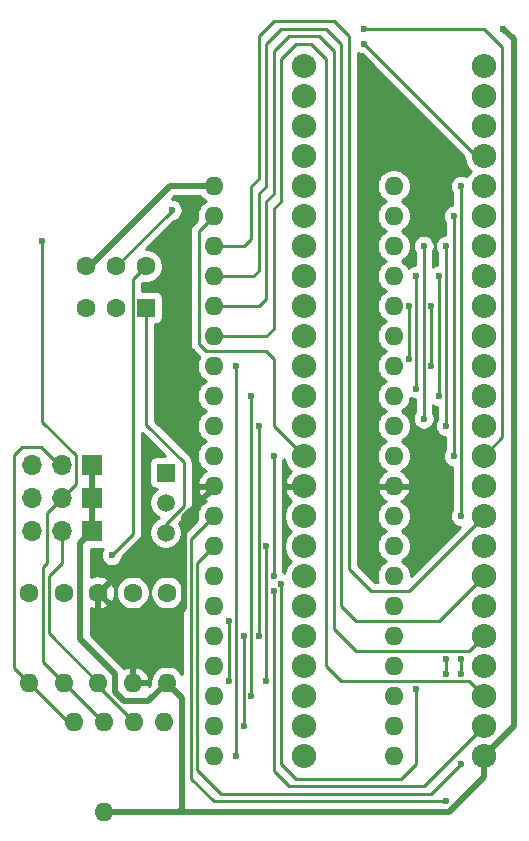
<source format=gbl>
G04 #@! TF.GenerationSoftware,KiCad,Pcbnew,(5.1.6-0-10_14)*
G04 #@! TF.CreationDate,2021-01-24T22:43:51+01:00*
G04 #@! TF.ProjectId,27c322,32376333-3232-42e6-9b69-6361645f7063,rev?*
G04 #@! TF.SameCoordinates,Original*
G04 #@! TF.FileFunction,Copper,L2,Bot*
G04 #@! TF.FilePolarity,Positive*
%FSLAX46Y46*%
G04 Gerber Fmt 4.6, Leading zero omitted, Abs format (unit mm)*
G04 Created by KiCad (PCBNEW (5.1.6-0-10_14)) date 2021-01-24 22:43:51*
%MOMM*%
%LPD*%
G01*
G04 APERTURE LIST*
G04 #@! TA.AperFunction,ComponentPad*
%ADD10O,1.700000X1.700000*%
G04 #@! TD*
G04 #@! TA.AperFunction,ComponentPad*
%ADD11R,1.700000X1.700000*%
G04 #@! TD*
G04 #@! TA.AperFunction,ComponentPad*
%ADD12O,1.600000X1.600000*%
G04 #@! TD*
G04 #@! TA.AperFunction,ComponentPad*
%ADD13C,1.600000*%
G04 #@! TD*
G04 #@! TA.AperFunction,ComponentPad*
%ADD14C,1.500000*%
G04 #@! TD*
G04 #@! TA.AperFunction,ComponentPad*
%ADD15R,1.500000X1.500000*%
G04 #@! TD*
G04 #@! TA.AperFunction,ComponentPad*
%ADD16O,2.050000X2.050000*%
G04 #@! TD*
G04 #@! TA.AperFunction,ComponentPad*
%ADD17R,1.600000X1.600000*%
G04 #@! TD*
G04 #@! TA.AperFunction,ViaPad*
%ADD18C,0.600000*%
G04 #@! TD*
G04 #@! TA.AperFunction,Conductor*
%ADD19C,0.250000*%
G04 #@! TD*
G04 #@! TA.AperFunction,Conductor*
%ADD20C,0.500000*%
G04 #@! TD*
G04 #@! TA.AperFunction,Conductor*
%ADD21C,0.254000*%
G04 #@! TD*
G04 APERTURE END LIST*
D10*
X117983000Y-93345000D03*
X120523000Y-93345000D03*
D11*
X123063000Y-93345000D03*
D10*
X117983000Y-90551000D03*
X120523000Y-90551000D03*
D11*
X123063000Y-90551000D03*
D10*
X117983000Y-87757000D03*
X120523000Y-87757000D03*
D11*
X123063000Y-87757000D03*
D12*
X129413000Y-106172000D03*
D13*
X129413000Y-98552000D03*
D12*
X126492000Y-106172000D03*
D13*
X126492000Y-98552000D03*
D12*
X123571000Y-106172000D03*
D13*
X123571000Y-98552000D03*
D12*
X120650000Y-106172000D03*
D13*
X120650000Y-98552000D03*
D12*
X117729000Y-106172000D03*
D13*
X117729000Y-98552000D03*
D14*
X129286000Y-90932000D03*
X129286000Y-93472000D03*
D15*
X129286000Y-88392000D03*
D16*
X156210000Y-53975000D03*
X156210000Y-56515000D03*
X156210000Y-59055000D03*
X156210000Y-61595000D03*
X156210000Y-64135000D03*
X156210000Y-66675000D03*
X156210000Y-69215000D03*
X156210000Y-71755000D03*
X140970000Y-53975000D03*
X140970000Y-56515000D03*
X140970000Y-59055000D03*
X140970000Y-61595000D03*
X140970000Y-64135000D03*
X140970000Y-66675000D03*
X140970000Y-69215000D03*
X140970000Y-71755000D03*
X140970000Y-74295000D03*
X140970000Y-76835000D03*
X140970000Y-79375000D03*
X140970000Y-81915000D03*
X140970000Y-84455000D03*
X140970000Y-86995000D03*
X140970000Y-89535000D03*
X140970000Y-92075000D03*
X140970000Y-94615000D03*
X140970000Y-97155000D03*
X140970000Y-99695000D03*
X140970000Y-102235000D03*
X140970000Y-104775000D03*
X140970000Y-107315000D03*
X140970000Y-109855000D03*
X140970000Y-112395000D03*
X156210000Y-112395000D03*
X156210000Y-109855000D03*
X156210000Y-107315000D03*
X156210000Y-104775000D03*
X156210000Y-102235000D03*
X156210000Y-99695000D03*
X156210000Y-97155000D03*
X156210000Y-94615000D03*
X156210000Y-92075000D03*
X156210000Y-89535000D03*
X156210000Y-86995000D03*
X156210000Y-84455000D03*
X156210000Y-81915000D03*
X156210000Y-79375000D03*
X156210000Y-76835000D03*
X156210000Y-74295000D03*
D12*
X133350000Y-64135000D03*
X133350000Y-66675000D03*
X133350000Y-69215000D03*
X133350000Y-71755000D03*
X133350000Y-74295000D03*
X133350000Y-76835000D03*
X133350000Y-79375000D03*
X133350000Y-81915000D03*
X133350000Y-84455000D03*
X133350000Y-86995000D03*
X133350000Y-89535000D03*
X133350000Y-92075000D03*
X133350000Y-94615000D03*
X133350000Y-97155000D03*
X133350000Y-99695000D03*
X133350000Y-102235000D03*
X133350000Y-104775000D03*
X133350000Y-107315000D03*
X133350000Y-109855000D03*
X133350000Y-112395000D03*
X148590000Y-112395000D03*
X148590000Y-109855000D03*
X148590000Y-107315000D03*
X148590000Y-104775000D03*
X148590000Y-102235000D03*
X148590000Y-99695000D03*
X148590000Y-97155000D03*
X148590000Y-94615000D03*
X148590000Y-92075000D03*
X148590000Y-89535000D03*
X148590000Y-86995000D03*
X148590000Y-84455000D03*
X148590000Y-81915000D03*
X148590000Y-79375000D03*
X148590000Y-76835000D03*
X148590000Y-74295000D03*
X148590000Y-71755000D03*
X148590000Y-69215000D03*
X148590000Y-66675000D03*
X148590000Y-64135000D03*
D17*
X127635000Y-74422000D03*
D13*
X125095000Y-74422000D03*
X122555000Y-74422000D03*
X127635000Y-70922000D03*
X125095000Y-70922000D03*
X122555000Y-70922000D03*
D12*
X121495001Y-109474000D03*
X124035001Y-109474000D03*
X126575001Y-109474000D03*
X129115001Y-109474000D03*
X124035001Y-117094000D03*
D18*
X135255000Y-79375000D03*
X135255000Y-112395000D03*
X136525000Y-81915000D03*
X136525000Y-107315000D03*
X137160000Y-84455000D03*
X137160000Y-102235000D03*
X138430000Y-86995000D03*
X138430000Y-97155000D03*
X153035000Y-104140000D03*
X153035000Y-105410000D03*
X153035000Y-116205000D03*
X154305000Y-104140000D03*
X154305000Y-105410000D03*
X154305000Y-113030000D03*
X150495000Y-106680000D03*
X139065000Y-97790000D03*
X138430000Y-98425000D03*
X135890000Y-102235000D03*
X135890000Y-109855000D03*
X134620000Y-100965000D03*
X134620000Y-106045000D03*
X137795000Y-94615000D03*
X137795000Y-106045000D03*
X154305000Y-64135000D03*
X154305000Y-92075000D03*
X153670000Y-66675000D03*
X153670000Y-86995000D03*
X153035000Y-69215000D03*
X153035000Y-84455000D03*
X152400000Y-71755000D03*
X152400000Y-81915000D03*
X151765000Y-74295000D03*
X151765000Y-79375000D03*
X149860000Y-78740000D03*
X149860000Y-74295000D03*
X150495000Y-81280000D03*
X150495000Y-71755000D03*
X151130000Y-83820000D03*
X151130000Y-69215000D03*
X146050000Y-52070000D03*
X118849524Y-68804106D03*
X157861004Y-50800000D03*
X124714000Y-95377000D03*
X146050000Y-50800000D03*
X129794006Y-66167000D03*
D19*
X133350000Y-66675000D02*
X132080000Y-67945000D01*
X138430000Y-84455000D02*
X140970000Y-86995000D01*
X138430000Y-78740000D02*
X138430000Y-84455000D01*
X137795000Y-78105000D02*
X138430000Y-78740000D01*
X132715000Y-78105000D02*
X137795000Y-78105000D01*
X132080000Y-77470000D02*
X132715000Y-78105000D01*
X132080000Y-67945000D02*
X132080000Y-77470000D01*
X133350000Y-69215000D02*
X135890000Y-69215000D01*
X149860000Y-98425000D02*
X156210000Y-92075000D01*
X146685000Y-98425000D02*
X149860000Y-98425000D01*
X144780000Y-96520000D02*
X146685000Y-98425000D01*
X144780000Y-51435000D02*
X144780000Y-96520000D01*
X143510000Y-50165000D02*
X144780000Y-51435000D01*
X138430000Y-50165000D02*
X143510000Y-50165000D01*
X137160000Y-51435000D02*
X138430000Y-50165000D01*
X137160000Y-63500000D02*
X137160000Y-51435000D01*
X136525000Y-64135000D02*
X137160000Y-63500000D01*
X136525000Y-68580000D02*
X136525000Y-64135000D01*
X135890000Y-69215000D02*
X136525000Y-68580000D01*
X133350000Y-71755000D02*
X136709998Y-71755000D01*
X152400000Y-100965000D02*
X156210000Y-97155000D01*
X145415000Y-100965000D02*
X152400000Y-100965000D01*
X144145000Y-99695000D02*
X145415000Y-100965000D01*
X144145000Y-52070000D02*
X144145000Y-99695000D01*
X142875000Y-50800000D02*
X144145000Y-52070000D01*
X139065000Y-50800000D02*
X142875000Y-50800000D01*
X137795000Y-52070000D02*
X139065000Y-50800000D01*
X137795000Y-64135000D02*
X137795000Y-52070000D01*
X137160000Y-64770000D02*
X137795000Y-64135000D01*
X137160000Y-71304998D02*
X137160000Y-64770000D01*
X136709998Y-71755000D02*
X137160000Y-71304998D01*
X133350000Y-74295000D02*
X137160000Y-74295000D01*
X154940000Y-103505000D02*
X156210000Y-102235000D01*
X145415000Y-103505000D02*
X154940000Y-103505000D01*
X143510000Y-101600000D02*
X145415000Y-103505000D01*
X143510000Y-52705000D02*
X143510000Y-101600000D01*
X142240000Y-51435000D02*
X143510000Y-52705000D01*
X139700000Y-51435000D02*
X142240000Y-51435000D01*
X138430000Y-52705000D02*
X139700000Y-51435000D01*
X138430000Y-64770000D02*
X138430000Y-52705000D01*
X137795000Y-65405000D02*
X138430000Y-64770000D01*
X137795000Y-73660000D02*
X137795000Y-65405000D01*
X137160000Y-74295000D02*
X137795000Y-73660000D01*
X133350000Y-76835000D02*
X137795000Y-76835000D01*
X142875000Y-53340000D02*
X142875000Y-104775000D01*
X137795000Y-76835000D02*
X138430000Y-76200000D01*
X138430000Y-76200000D02*
X138430000Y-66040000D01*
X138430000Y-66040000D02*
X139065000Y-65405000D01*
X139065000Y-65405000D02*
X139065000Y-53340000D01*
X139065000Y-53340000D02*
X140335000Y-52070000D01*
X140335000Y-52070000D02*
X141605000Y-52070000D01*
X141605000Y-52070000D02*
X142875000Y-53340000D01*
X142875000Y-104775000D02*
X144145000Y-106045000D01*
X144145000Y-106045000D02*
X154940000Y-106045000D01*
X154940000Y-106045000D02*
X156210000Y-107315000D01*
X135255000Y-112395000D02*
X135255000Y-79375000D01*
X136525000Y-107315000D02*
X136525000Y-81915000D01*
X137160000Y-102235000D02*
X137160000Y-84455000D01*
X138430000Y-97155000D02*
X138430000Y-86995000D01*
X153035000Y-105410000D02*
X153035000Y-104140000D01*
X133350000Y-116205000D02*
X153035000Y-116205000D01*
X131445000Y-93980000D02*
X131445000Y-114300000D01*
X131445000Y-114300000D02*
X133350000Y-116205000D01*
X133350000Y-92075000D02*
X131445000Y-93980000D01*
X154305000Y-105410000D02*
X154305000Y-104140000D01*
X133985000Y-115570000D02*
X151765000Y-115570000D01*
X131953000Y-113538000D02*
X133985000Y-115570000D01*
X151765000Y-115570000D02*
X154305000Y-113030000D01*
X131953000Y-96012000D02*
X131953000Y-113538000D01*
X133350000Y-94615000D02*
X131953000Y-96012000D01*
X150495000Y-113030000D02*
X150495000Y-106680000D01*
X149225000Y-114300000D02*
X150495000Y-113030000D01*
X140335000Y-114300000D02*
X149225000Y-114300000D01*
X139065000Y-113030000D02*
X140335000Y-114300000D01*
X139065000Y-112395000D02*
X139065000Y-113030000D01*
X139065000Y-97790000D02*
X139065000Y-112395000D01*
X151130000Y-114935000D02*
X156210000Y-109855000D01*
X139700000Y-114935000D02*
X151130000Y-114935000D01*
X138430000Y-113665000D02*
X139700000Y-114935000D01*
X138430000Y-98425000D02*
X138430000Y-113665000D01*
X135890000Y-109855000D02*
X135890000Y-102235000D01*
X134620000Y-106045000D02*
X134620000Y-100965000D01*
X137795000Y-106045000D02*
X137795000Y-94615000D01*
X154305000Y-92075000D02*
X154305000Y-64135000D01*
X153670000Y-86995000D02*
X153670000Y-66675000D01*
X153035000Y-84455000D02*
X153035000Y-69215000D01*
X152400000Y-81915000D02*
X152400000Y-71755000D01*
X151765000Y-79375000D02*
X151765000Y-74295000D01*
X149860000Y-74295000D02*
X149860000Y-78740000D01*
X150495000Y-71755000D02*
X150495000Y-81280000D01*
X151130000Y-69215000D02*
X151130000Y-83820000D01*
X155575000Y-61595000D02*
X156210000Y-61595000D01*
X146050000Y-52070000D02*
X155575000Y-61595000D01*
X123952000Y-109474000D02*
X124035001Y-109474000D01*
X120650000Y-106172000D02*
X123952000Y-109474000D01*
X119673001Y-91400999D02*
X120523000Y-90551000D01*
X119253000Y-91821000D02*
X119673001Y-91400999D01*
X119253000Y-96056001D02*
X119253000Y-91821000D01*
X118929989Y-96379012D02*
X119253000Y-96056001D01*
X118929989Y-104451989D02*
X118929989Y-96379012D01*
X120650000Y-106172000D02*
X118929989Y-104451989D01*
X121698001Y-89375999D02*
X121698001Y-86936003D01*
X118849524Y-84087526D02*
X118849524Y-68804106D01*
X121698001Y-86936003D02*
X118849524Y-84087526D01*
X120523000Y-90551000D02*
X121698001Y-89375999D01*
X121031000Y-109474000D02*
X121495001Y-109474000D01*
X117729000Y-106172000D02*
X121031000Y-109474000D01*
X116459000Y-104902000D02*
X117729000Y-106172000D01*
X116459000Y-98044000D02*
X116459000Y-104902000D01*
X116459000Y-97663000D02*
X116459000Y-98044000D01*
X116459000Y-86868000D02*
X116459000Y-98044000D01*
X117094000Y-86233000D02*
X116459000Y-86868000D01*
X118745000Y-86233000D02*
X117094000Y-86233000D01*
X120269000Y-87757000D02*
X118745000Y-86233000D01*
X120523000Y-87757000D02*
X120269000Y-87757000D01*
D20*
X124035001Y-117094000D02*
X130429000Y-117094000D01*
X130683000Y-116840000D02*
X130429000Y-117094000D01*
X130683000Y-107442000D02*
X130683000Y-116840000D01*
X129413000Y-106172000D02*
X130683000Y-107442000D01*
X127825002Y-107759998D02*
X129413000Y-106172000D01*
X124968000Y-106934000D02*
X125793998Y-107759998D01*
X125793998Y-107759998D02*
X127825002Y-107759998D01*
X124968000Y-105410000D02*
X124968000Y-106934000D01*
X122047000Y-102489000D02*
X124968000Y-105410000D01*
X122047000Y-94361000D02*
X122047000Y-102489000D01*
X123063000Y-93345000D02*
X122047000Y-94361000D01*
X123063000Y-93345000D02*
X123063000Y-90551000D01*
X123063000Y-90551000D02*
X123063000Y-87757000D01*
X158750000Y-51688996D02*
X157861004Y-50800000D01*
X158750000Y-109855000D02*
X158750000Y-51688996D01*
X156210000Y-112395000D02*
X158750000Y-109855000D01*
X130429000Y-117094000D02*
X153256002Y-117094000D01*
X153256002Y-117094000D02*
X156210000Y-114140002D01*
X156210000Y-114140002D02*
X156210000Y-112395000D01*
X126492000Y-103505000D02*
X126492000Y-106172000D01*
X123571000Y-100584000D02*
X126492000Y-103505000D01*
X123571000Y-98552000D02*
X123571000Y-100584000D01*
X130869990Y-99889010D02*
X127254000Y-103505000D01*
X130869990Y-92142010D02*
X130869990Y-99889010D01*
X127254000Y-103505000D02*
X126492000Y-103505000D01*
X133350000Y-89662000D02*
X130869990Y-92142010D01*
X133350000Y-89535000D02*
X133350000Y-89662000D01*
D19*
X126575001Y-109136999D02*
X126575001Y-109474000D01*
X119380000Y-97155000D02*
X119380000Y-101981000D01*
X120523000Y-93345000D02*
X120523000Y-96012000D01*
X120523000Y-96012000D02*
X119380000Y-97155000D01*
X119380000Y-101981000D02*
X123571000Y-106172000D01*
X123571000Y-106172000D02*
X123571000Y-106469999D01*
X123571000Y-106469999D02*
X126575001Y-109474000D01*
X126509999Y-72047001D02*
X126509999Y-93581001D01*
X127635000Y-70922000D02*
X126509999Y-72047001D01*
X126509999Y-93581001D02*
X124714000Y-95377000D01*
D20*
X129634002Y-64135000D02*
X122847002Y-70922000D01*
X133350000Y-64135000D02*
X129634002Y-64135000D01*
X122847002Y-70922000D02*
X122555000Y-70922000D01*
D19*
X127635000Y-74422000D02*
X127635000Y-84328000D01*
X129286000Y-92785814D02*
X129286000Y-93472000D01*
X130810000Y-91261814D02*
X129286000Y-92785814D01*
X130810000Y-87503000D02*
X130810000Y-91261814D01*
X127635000Y-84328000D02*
X130810000Y-87503000D01*
X129794006Y-66222994D02*
X129794006Y-66167000D01*
X125095000Y-70922000D02*
X129794006Y-66222994D01*
X156210000Y-50800000D02*
X157793989Y-52383989D01*
X157793989Y-52383989D02*
X157793989Y-85411011D01*
X157793989Y-85411011D02*
X156210000Y-86995000D01*
X146050000Y-50800000D02*
X156210000Y-50800000D01*
D21*
G36*
X132235363Y-65049759D02*
G01*
X132435241Y-65249637D01*
X132667759Y-65405000D01*
X132435241Y-65560363D01*
X132235363Y-65760241D01*
X132078320Y-65995273D01*
X131970147Y-66256426D01*
X131915000Y-66533665D01*
X131915000Y-66816335D01*
X131951312Y-66998886D01*
X131569003Y-67381196D01*
X131539999Y-67404999D01*
X131493790Y-67461305D01*
X131445026Y-67520724D01*
X131426705Y-67555000D01*
X131374454Y-67652754D01*
X131330997Y-67796015D01*
X131320000Y-67907668D01*
X131320000Y-67907678D01*
X131316324Y-67945000D01*
X131320000Y-67982322D01*
X131320001Y-77432668D01*
X131316324Y-77470000D01*
X131320001Y-77507333D01*
X131330998Y-77618986D01*
X131344180Y-77662442D01*
X131374454Y-77762246D01*
X131445026Y-77894276D01*
X131512361Y-77976323D01*
X131540000Y-78010001D01*
X131568998Y-78033799D01*
X132139263Y-78604065D01*
X132078320Y-78695273D01*
X131970147Y-78956426D01*
X131915000Y-79233665D01*
X131915000Y-79516335D01*
X131970147Y-79793574D01*
X132078320Y-80054727D01*
X132235363Y-80289759D01*
X132435241Y-80489637D01*
X132667759Y-80645000D01*
X132435241Y-80800363D01*
X132235363Y-81000241D01*
X132078320Y-81235273D01*
X131970147Y-81496426D01*
X131915000Y-81773665D01*
X131915000Y-82056335D01*
X131970147Y-82333574D01*
X132078320Y-82594727D01*
X132235363Y-82829759D01*
X132435241Y-83029637D01*
X132667759Y-83185000D01*
X132435241Y-83340363D01*
X132235363Y-83540241D01*
X132078320Y-83775273D01*
X131970147Y-84036426D01*
X131915000Y-84313665D01*
X131915000Y-84596335D01*
X131970147Y-84873574D01*
X132078320Y-85134727D01*
X132235363Y-85369759D01*
X132435241Y-85569637D01*
X132667759Y-85725000D01*
X132435241Y-85880363D01*
X132235363Y-86080241D01*
X132078320Y-86315273D01*
X131970147Y-86576426D01*
X131915000Y-86853665D01*
X131915000Y-87136335D01*
X131970147Y-87413574D01*
X132078320Y-87674727D01*
X132235363Y-87909759D01*
X132435241Y-88109637D01*
X132670273Y-88266680D01*
X132680865Y-88271067D01*
X132494869Y-88382615D01*
X132286481Y-88571586D01*
X132118963Y-88797580D01*
X131998754Y-89051913D01*
X131958096Y-89185961D01*
X132080085Y-89408000D01*
X133223000Y-89408000D01*
X133223000Y-89388000D01*
X133477000Y-89388000D01*
X133477000Y-89408000D01*
X133497000Y-89408000D01*
X133497000Y-89662000D01*
X133477000Y-89662000D01*
X133477000Y-89682000D01*
X133223000Y-89682000D01*
X133223000Y-89662000D01*
X132080085Y-89662000D01*
X131958096Y-89884039D01*
X131998754Y-90018087D01*
X132118963Y-90272420D01*
X132286481Y-90498414D01*
X132494869Y-90687385D01*
X132680865Y-90798933D01*
X132670273Y-90803320D01*
X132435241Y-90960363D01*
X132235363Y-91160241D01*
X132078320Y-91395273D01*
X131970147Y-91656426D01*
X131915000Y-91933665D01*
X131915000Y-92216335D01*
X131951312Y-92398886D01*
X130934003Y-93416196D01*
X130904999Y-93439999D01*
X130862931Y-93491260D01*
X130810026Y-93555724D01*
X130774820Y-93621589D01*
X130739454Y-93687754D01*
X130695997Y-93831015D01*
X130685000Y-93942668D01*
X130685000Y-93942678D01*
X130681324Y-93980000D01*
X130685000Y-94017322D01*
X130685000Y-97873046D01*
X130684680Y-97872273D01*
X130527637Y-97637241D01*
X130327759Y-97437363D01*
X130092727Y-97280320D01*
X129831574Y-97172147D01*
X129554335Y-97117000D01*
X129271665Y-97117000D01*
X128994426Y-97172147D01*
X128733273Y-97280320D01*
X128498241Y-97437363D01*
X128298363Y-97637241D01*
X128141320Y-97872273D01*
X128033147Y-98133426D01*
X127978000Y-98410665D01*
X127978000Y-98693335D01*
X128033147Y-98970574D01*
X128141320Y-99231727D01*
X128298363Y-99466759D01*
X128498241Y-99666637D01*
X128733273Y-99823680D01*
X128994426Y-99931853D01*
X129271665Y-99987000D01*
X129554335Y-99987000D01*
X129831574Y-99931853D01*
X130092727Y-99823680D01*
X130327759Y-99666637D01*
X130527637Y-99466759D01*
X130684680Y-99231727D01*
X130685000Y-99230954D01*
X130685001Y-105493047D01*
X130684680Y-105492273D01*
X130527637Y-105257241D01*
X130327759Y-105057363D01*
X130092727Y-104900320D01*
X129831574Y-104792147D01*
X129554335Y-104737000D01*
X129271665Y-104737000D01*
X128994426Y-104792147D01*
X128733273Y-104900320D01*
X128498241Y-105057363D01*
X128298363Y-105257241D01*
X128141320Y-105492273D01*
X128033147Y-105753426D01*
X127978000Y-106030665D01*
X127978000Y-106313335D01*
X127984983Y-106348439D01*
X127858641Y-106474781D01*
X127762624Y-106299000D01*
X126619000Y-106299000D01*
X126619000Y-106319000D01*
X126365000Y-106319000D01*
X126365000Y-106299000D01*
X126345000Y-106299000D01*
X126345000Y-106045000D01*
X126365000Y-106045000D01*
X126365000Y-104902085D01*
X126619000Y-104902085D01*
X126619000Y-106045000D01*
X127762624Y-106045000D01*
X127883909Y-105822960D01*
X127789070Y-105558119D01*
X127644385Y-105316869D01*
X127455414Y-105108481D01*
X127229420Y-104940963D01*
X126975087Y-104820754D01*
X126841039Y-104780096D01*
X126619000Y-104902085D01*
X126365000Y-104902085D01*
X126142961Y-104780096D01*
X126008913Y-104820754D01*
X125754580Y-104940963D01*
X125730375Y-104958905D01*
X125707411Y-104915941D01*
X125694591Y-104900320D01*
X125624532Y-104814953D01*
X125624530Y-104814951D01*
X125596817Y-104781183D01*
X125563050Y-104753471D01*
X122932000Y-102122422D01*
X122932000Y-99837178D01*
X123084996Y-99909571D01*
X123359184Y-99978300D01*
X123641512Y-99992217D01*
X123921130Y-99950787D01*
X124187292Y-99855603D01*
X124312514Y-99788671D01*
X124384097Y-99544702D01*
X123571000Y-98731605D01*
X123556858Y-98745748D01*
X123377253Y-98566143D01*
X123391395Y-98552000D01*
X123750605Y-98552000D01*
X124563702Y-99365097D01*
X124807671Y-99293514D01*
X124928571Y-99038004D01*
X124997300Y-98763816D01*
X125011217Y-98481488D01*
X125000724Y-98410665D01*
X125057000Y-98410665D01*
X125057000Y-98693335D01*
X125112147Y-98970574D01*
X125220320Y-99231727D01*
X125377363Y-99466759D01*
X125577241Y-99666637D01*
X125812273Y-99823680D01*
X126073426Y-99931853D01*
X126350665Y-99987000D01*
X126633335Y-99987000D01*
X126910574Y-99931853D01*
X127171727Y-99823680D01*
X127406759Y-99666637D01*
X127606637Y-99466759D01*
X127763680Y-99231727D01*
X127871853Y-98970574D01*
X127927000Y-98693335D01*
X127927000Y-98410665D01*
X127871853Y-98133426D01*
X127763680Y-97872273D01*
X127606637Y-97637241D01*
X127406759Y-97437363D01*
X127171727Y-97280320D01*
X126910574Y-97172147D01*
X126633335Y-97117000D01*
X126350665Y-97117000D01*
X126073426Y-97172147D01*
X125812273Y-97280320D01*
X125577241Y-97437363D01*
X125377363Y-97637241D01*
X125220320Y-97872273D01*
X125112147Y-98133426D01*
X125057000Y-98410665D01*
X125000724Y-98410665D01*
X124969787Y-98201870D01*
X124874603Y-97935708D01*
X124807671Y-97810486D01*
X124563702Y-97738903D01*
X123750605Y-98552000D01*
X123391395Y-98552000D01*
X123377253Y-98537858D01*
X123556858Y-98358253D01*
X123571000Y-98372395D01*
X124384097Y-97559298D01*
X124312514Y-97315329D01*
X124057004Y-97194429D01*
X123782816Y-97125700D01*
X123500488Y-97111783D01*
X123220870Y-97153213D01*
X122954708Y-97248397D01*
X122932000Y-97260535D01*
X122932000Y-94833072D01*
X123913000Y-94833072D01*
X123955738Y-94828863D01*
X123885414Y-94934111D01*
X123814932Y-95104271D01*
X123779000Y-95284911D01*
X123779000Y-95469089D01*
X123814932Y-95649729D01*
X123885414Y-95819889D01*
X123987738Y-95973028D01*
X124117972Y-96103262D01*
X124271111Y-96205586D01*
X124441271Y-96276068D01*
X124621911Y-96312000D01*
X124806089Y-96312000D01*
X124986729Y-96276068D01*
X125156889Y-96205586D01*
X125310028Y-96103262D01*
X125440262Y-95973028D01*
X125542586Y-95819889D01*
X125613068Y-95649729D01*
X125637153Y-95528648D01*
X127021002Y-94144800D01*
X127050000Y-94121002D01*
X127087754Y-94074999D01*
X127144973Y-94005278D01*
X127215545Y-93873248D01*
X127217744Y-93865998D01*
X127259002Y-93729987D01*
X127269999Y-93618334D01*
X127269999Y-93618325D01*
X127273675Y-93581002D01*
X127269999Y-93543679D01*
X127269999Y-85037800D01*
X129236126Y-87003928D01*
X128536000Y-87003928D01*
X128411518Y-87016188D01*
X128291820Y-87052498D01*
X128181506Y-87111463D01*
X128084815Y-87190815D01*
X128005463Y-87287506D01*
X127946498Y-87397820D01*
X127910188Y-87517518D01*
X127897928Y-87642000D01*
X127897928Y-89142000D01*
X127910188Y-89266482D01*
X127946498Y-89386180D01*
X128005463Y-89496494D01*
X128084815Y-89593185D01*
X128181506Y-89672537D01*
X128291820Y-89731502D01*
X128411518Y-89767812D01*
X128519483Y-89778445D01*
X128403114Y-89856201D01*
X128210201Y-90049114D01*
X128058629Y-90275957D01*
X127954225Y-90528011D01*
X127901000Y-90795589D01*
X127901000Y-91068411D01*
X127954225Y-91335989D01*
X128058629Y-91588043D01*
X128210201Y-91814886D01*
X128403114Y-92007799D01*
X128629957Y-92159371D01*
X128732873Y-92202000D01*
X128629957Y-92244629D01*
X128403114Y-92396201D01*
X128210201Y-92589114D01*
X128058629Y-92815957D01*
X127954225Y-93068011D01*
X127901000Y-93335589D01*
X127901000Y-93608411D01*
X127954225Y-93875989D01*
X128058629Y-94128043D01*
X128210201Y-94354886D01*
X128403114Y-94547799D01*
X128629957Y-94699371D01*
X128882011Y-94803775D01*
X129149589Y-94857000D01*
X129422411Y-94857000D01*
X129689989Y-94803775D01*
X129942043Y-94699371D01*
X130168886Y-94547799D01*
X130361799Y-94354886D01*
X130513371Y-94128043D01*
X130617775Y-93875989D01*
X130671000Y-93608411D01*
X130671000Y-93335589D01*
X130617775Y-93068011D01*
X130513371Y-92815957D01*
X130440187Y-92706429D01*
X131321008Y-91825609D01*
X131350001Y-91801815D01*
X131373795Y-91772822D01*
X131373799Y-91772818D01*
X131444973Y-91686091D01*
X131452497Y-91672015D01*
X131515546Y-91554061D01*
X131559003Y-91410800D01*
X131570000Y-91299147D01*
X131570000Y-91299138D01*
X131573676Y-91261815D01*
X131570000Y-91224492D01*
X131570000Y-87540322D01*
X131573676Y-87502999D01*
X131570000Y-87465676D01*
X131570000Y-87465667D01*
X131559003Y-87354014D01*
X131515546Y-87210753D01*
X131479858Y-87143986D01*
X131444974Y-87078723D01*
X131373799Y-86991997D01*
X131350001Y-86962999D01*
X131321004Y-86939202D01*
X128395000Y-84013199D01*
X128395000Y-75860072D01*
X128435000Y-75860072D01*
X128559482Y-75847812D01*
X128679180Y-75811502D01*
X128789494Y-75752537D01*
X128886185Y-75673185D01*
X128965537Y-75576494D01*
X129024502Y-75466180D01*
X129060812Y-75346482D01*
X129073072Y-75222000D01*
X129073072Y-73622000D01*
X129060812Y-73497518D01*
X129024502Y-73377820D01*
X128965537Y-73267506D01*
X128886185Y-73170815D01*
X128789494Y-73091463D01*
X128679180Y-73032498D01*
X128559482Y-72996188D01*
X128435000Y-72983928D01*
X127269999Y-72983928D01*
X127269999Y-72361802D01*
X127311113Y-72320688D01*
X127493665Y-72357000D01*
X127776335Y-72357000D01*
X128053574Y-72301853D01*
X128314727Y-72193680D01*
X128549759Y-72036637D01*
X128749637Y-71836759D01*
X128906680Y-71601727D01*
X129014853Y-71340574D01*
X129070000Y-71063335D01*
X129070000Y-70780665D01*
X129014853Y-70503426D01*
X128906680Y-70242273D01*
X128749637Y-70007241D01*
X128549759Y-69807363D01*
X128314727Y-69650320D01*
X128053574Y-69542147D01*
X127776335Y-69487000D01*
X127604801Y-69487000D01*
X130015553Y-67076249D01*
X130066735Y-67066068D01*
X130236895Y-66995586D01*
X130390034Y-66893262D01*
X130520268Y-66763028D01*
X130622592Y-66609889D01*
X130693074Y-66439729D01*
X130729006Y-66259089D01*
X130729006Y-66074911D01*
X130693074Y-65894271D01*
X130622592Y-65724111D01*
X130520268Y-65570972D01*
X130390034Y-65440738D01*
X130236895Y-65338414D01*
X130066735Y-65267932D01*
X129886095Y-65232000D01*
X129788581Y-65232000D01*
X130000581Y-65020000D01*
X132215479Y-65020000D01*
X132235363Y-65049759D01*
G37*
X132235363Y-65049759D02*
X132435241Y-65249637D01*
X132667759Y-65405000D01*
X132435241Y-65560363D01*
X132235363Y-65760241D01*
X132078320Y-65995273D01*
X131970147Y-66256426D01*
X131915000Y-66533665D01*
X131915000Y-66816335D01*
X131951312Y-66998886D01*
X131569003Y-67381196D01*
X131539999Y-67404999D01*
X131493790Y-67461305D01*
X131445026Y-67520724D01*
X131426705Y-67555000D01*
X131374454Y-67652754D01*
X131330997Y-67796015D01*
X131320000Y-67907668D01*
X131320000Y-67907678D01*
X131316324Y-67945000D01*
X131320000Y-67982322D01*
X131320001Y-77432668D01*
X131316324Y-77470000D01*
X131320001Y-77507333D01*
X131330998Y-77618986D01*
X131344180Y-77662442D01*
X131374454Y-77762246D01*
X131445026Y-77894276D01*
X131512361Y-77976323D01*
X131540000Y-78010001D01*
X131568998Y-78033799D01*
X132139263Y-78604065D01*
X132078320Y-78695273D01*
X131970147Y-78956426D01*
X131915000Y-79233665D01*
X131915000Y-79516335D01*
X131970147Y-79793574D01*
X132078320Y-80054727D01*
X132235363Y-80289759D01*
X132435241Y-80489637D01*
X132667759Y-80645000D01*
X132435241Y-80800363D01*
X132235363Y-81000241D01*
X132078320Y-81235273D01*
X131970147Y-81496426D01*
X131915000Y-81773665D01*
X131915000Y-82056335D01*
X131970147Y-82333574D01*
X132078320Y-82594727D01*
X132235363Y-82829759D01*
X132435241Y-83029637D01*
X132667759Y-83185000D01*
X132435241Y-83340363D01*
X132235363Y-83540241D01*
X132078320Y-83775273D01*
X131970147Y-84036426D01*
X131915000Y-84313665D01*
X131915000Y-84596335D01*
X131970147Y-84873574D01*
X132078320Y-85134727D01*
X132235363Y-85369759D01*
X132435241Y-85569637D01*
X132667759Y-85725000D01*
X132435241Y-85880363D01*
X132235363Y-86080241D01*
X132078320Y-86315273D01*
X131970147Y-86576426D01*
X131915000Y-86853665D01*
X131915000Y-87136335D01*
X131970147Y-87413574D01*
X132078320Y-87674727D01*
X132235363Y-87909759D01*
X132435241Y-88109637D01*
X132670273Y-88266680D01*
X132680865Y-88271067D01*
X132494869Y-88382615D01*
X132286481Y-88571586D01*
X132118963Y-88797580D01*
X131998754Y-89051913D01*
X131958096Y-89185961D01*
X132080085Y-89408000D01*
X133223000Y-89408000D01*
X133223000Y-89388000D01*
X133477000Y-89388000D01*
X133477000Y-89408000D01*
X133497000Y-89408000D01*
X133497000Y-89662000D01*
X133477000Y-89662000D01*
X133477000Y-89682000D01*
X133223000Y-89682000D01*
X133223000Y-89662000D01*
X132080085Y-89662000D01*
X131958096Y-89884039D01*
X131998754Y-90018087D01*
X132118963Y-90272420D01*
X132286481Y-90498414D01*
X132494869Y-90687385D01*
X132680865Y-90798933D01*
X132670273Y-90803320D01*
X132435241Y-90960363D01*
X132235363Y-91160241D01*
X132078320Y-91395273D01*
X131970147Y-91656426D01*
X131915000Y-91933665D01*
X131915000Y-92216335D01*
X131951312Y-92398886D01*
X130934003Y-93416196D01*
X130904999Y-93439999D01*
X130862931Y-93491260D01*
X130810026Y-93555724D01*
X130774820Y-93621589D01*
X130739454Y-93687754D01*
X130695997Y-93831015D01*
X130685000Y-93942668D01*
X130685000Y-93942678D01*
X130681324Y-93980000D01*
X130685000Y-94017322D01*
X130685000Y-97873046D01*
X130684680Y-97872273D01*
X130527637Y-97637241D01*
X130327759Y-97437363D01*
X130092727Y-97280320D01*
X129831574Y-97172147D01*
X129554335Y-97117000D01*
X129271665Y-97117000D01*
X128994426Y-97172147D01*
X128733273Y-97280320D01*
X128498241Y-97437363D01*
X128298363Y-97637241D01*
X128141320Y-97872273D01*
X128033147Y-98133426D01*
X127978000Y-98410665D01*
X127978000Y-98693335D01*
X128033147Y-98970574D01*
X128141320Y-99231727D01*
X128298363Y-99466759D01*
X128498241Y-99666637D01*
X128733273Y-99823680D01*
X128994426Y-99931853D01*
X129271665Y-99987000D01*
X129554335Y-99987000D01*
X129831574Y-99931853D01*
X130092727Y-99823680D01*
X130327759Y-99666637D01*
X130527637Y-99466759D01*
X130684680Y-99231727D01*
X130685000Y-99230954D01*
X130685001Y-105493047D01*
X130684680Y-105492273D01*
X130527637Y-105257241D01*
X130327759Y-105057363D01*
X130092727Y-104900320D01*
X129831574Y-104792147D01*
X129554335Y-104737000D01*
X129271665Y-104737000D01*
X128994426Y-104792147D01*
X128733273Y-104900320D01*
X128498241Y-105057363D01*
X128298363Y-105257241D01*
X128141320Y-105492273D01*
X128033147Y-105753426D01*
X127978000Y-106030665D01*
X127978000Y-106313335D01*
X127984983Y-106348439D01*
X127858641Y-106474781D01*
X127762624Y-106299000D01*
X126619000Y-106299000D01*
X126619000Y-106319000D01*
X126365000Y-106319000D01*
X126365000Y-106299000D01*
X126345000Y-106299000D01*
X126345000Y-106045000D01*
X126365000Y-106045000D01*
X126365000Y-104902085D01*
X126619000Y-104902085D01*
X126619000Y-106045000D01*
X127762624Y-106045000D01*
X127883909Y-105822960D01*
X127789070Y-105558119D01*
X127644385Y-105316869D01*
X127455414Y-105108481D01*
X127229420Y-104940963D01*
X126975087Y-104820754D01*
X126841039Y-104780096D01*
X126619000Y-104902085D01*
X126365000Y-104902085D01*
X126142961Y-104780096D01*
X126008913Y-104820754D01*
X125754580Y-104940963D01*
X125730375Y-104958905D01*
X125707411Y-104915941D01*
X125694591Y-104900320D01*
X125624532Y-104814953D01*
X125624530Y-104814951D01*
X125596817Y-104781183D01*
X125563050Y-104753471D01*
X122932000Y-102122422D01*
X122932000Y-99837178D01*
X123084996Y-99909571D01*
X123359184Y-99978300D01*
X123641512Y-99992217D01*
X123921130Y-99950787D01*
X124187292Y-99855603D01*
X124312514Y-99788671D01*
X124384097Y-99544702D01*
X123571000Y-98731605D01*
X123556858Y-98745748D01*
X123377253Y-98566143D01*
X123391395Y-98552000D01*
X123750605Y-98552000D01*
X124563702Y-99365097D01*
X124807671Y-99293514D01*
X124928571Y-99038004D01*
X124997300Y-98763816D01*
X125011217Y-98481488D01*
X125000724Y-98410665D01*
X125057000Y-98410665D01*
X125057000Y-98693335D01*
X125112147Y-98970574D01*
X125220320Y-99231727D01*
X125377363Y-99466759D01*
X125577241Y-99666637D01*
X125812273Y-99823680D01*
X126073426Y-99931853D01*
X126350665Y-99987000D01*
X126633335Y-99987000D01*
X126910574Y-99931853D01*
X127171727Y-99823680D01*
X127406759Y-99666637D01*
X127606637Y-99466759D01*
X127763680Y-99231727D01*
X127871853Y-98970574D01*
X127927000Y-98693335D01*
X127927000Y-98410665D01*
X127871853Y-98133426D01*
X127763680Y-97872273D01*
X127606637Y-97637241D01*
X127406759Y-97437363D01*
X127171727Y-97280320D01*
X126910574Y-97172147D01*
X126633335Y-97117000D01*
X126350665Y-97117000D01*
X126073426Y-97172147D01*
X125812273Y-97280320D01*
X125577241Y-97437363D01*
X125377363Y-97637241D01*
X125220320Y-97872273D01*
X125112147Y-98133426D01*
X125057000Y-98410665D01*
X125000724Y-98410665D01*
X124969787Y-98201870D01*
X124874603Y-97935708D01*
X124807671Y-97810486D01*
X124563702Y-97738903D01*
X123750605Y-98552000D01*
X123391395Y-98552000D01*
X123377253Y-98537858D01*
X123556858Y-98358253D01*
X123571000Y-98372395D01*
X124384097Y-97559298D01*
X124312514Y-97315329D01*
X124057004Y-97194429D01*
X123782816Y-97125700D01*
X123500488Y-97111783D01*
X123220870Y-97153213D01*
X122954708Y-97248397D01*
X122932000Y-97260535D01*
X122932000Y-94833072D01*
X123913000Y-94833072D01*
X123955738Y-94828863D01*
X123885414Y-94934111D01*
X123814932Y-95104271D01*
X123779000Y-95284911D01*
X123779000Y-95469089D01*
X123814932Y-95649729D01*
X123885414Y-95819889D01*
X123987738Y-95973028D01*
X124117972Y-96103262D01*
X124271111Y-96205586D01*
X124441271Y-96276068D01*
X124621911Y-96312000D01*
X124806089Y-96312000D01*
X124986729Y-96276068D01*
X125156889Y-96205586D01*
X125310028Y-96103262D01*
X125440262Y-95973028D01*
X125542586Y-95819889D01*
X125613068Y-95649729D01*
X125637153Y-95528648D01*
X127021002Y-94144800D01*
X127050000Y-94121002D01*
X127087754Y-94074999D01*
X127144973Y-94005278D01*
X127215545Y-93873248D01*
X127217744Y-93865998D01*
X127259002Y-93729987D01*
X127269999Y-93618334D01*
X127269999Y-93618325D01*
X127273675Y-93581002D01*
X127269999Y-93543679D01*
X127269999Y-85037800D01*
X129236126Y-87003928D01*
X128536000Y-87003928D01*
X128411518Y-87016188D01*
X128291820Y-87052498D01*
X128181506Y-87111463D01*
X128084815Y-87190815D01*
X128005463Y-87287506D01*
X127946498Y-87397820D01*
X127910188Y-87517518D01*
X127897928Y-87642000D01*
X127897928Y-89142000D01*
X127910188Y-89266482D01*
X127946498Y-89386180D01*
X128005463Y-89496494D01*
X128084815Y-89593185D01*
X128181506Y-89672537D01*
X128291820Y-89731502D01*
X128411518Y-89767812D01*
X128519483Y-89778445D01*
X128403114Y-89856201D01*
X128210201Y-90049114D01*
X128058629Y-90275957D01*
X127954225Y-90528011D01*
X127901000Y-90795589D01*
X127901000Y-91068411D01*
X127954225Y-91335989D01*
X128058629Y-91588043D01*
X128210201Y-91814886D01*
X128403114Y-92007799D01*
X128629957Y-92159371D01*
X128732873Y-92202000D01*
X128629957Y-92244629D01*
X128403114Y-92396201D01*
X128210201Y-92589114D01*
X128058629Y-92815957D01*
X127954225Y-93068011D01*
X127901000Y-93335589D01*
X127901000Y-93608411D01*
X127954225Y-93875989D01*
X128058629Y-94128043D01*
X128210201Y-94354886D01*
X128403114Y-94547799D01*
X128629957Y-94699371D01*
X128882011Y-94803775D01*
X129149589Y-94857000D01*
X129422411Y-94857000D01*
X129689989Y-94803775D01*
X129942043Y-94699371D01*
X130168886Y-94547799D01*
X130361799Y-94354886D01*
X130513371Y-94128043D01*
X130617775Y-93875989D01*
X130671000Y-93608411D01*
X130671000Y-93335589D01*
X130617775Y-93068011D01*
X130513371Y-92815957D01*
X130440187Y-92706429D01*
X131321008Y-91825609D01*
X131350001Y-91801815D01*
X131373795Y-91772822D01*
X131373799Y-91772818D01*
X131444973Y-91686091D01*
X131452497Y-91672015D01*
X131515546Y-91554061D01*
X131559003Y-91410800D01*
X131570000Y-91299147D01*
X131570000Y-91299138D01*
X131573676Y-91261815D01*
X131570000Y-91224492D01*
X131570000Y-87540322D01*
X131573676Y-87502999D01*
X131570000Y-87465676D01*
X131570000Y-87465667D01*
X131559003Y-87354014D01*
X131515546Y-87210753D01*
X131479858Y-87143986D01*
X131444974Y-87078723D01*
X131373799Y-86991997D01*
X131350001Y-86962999D01*
X131321004Y-86939202D01*
X128395000Y-84013199D01*
X128395000Y-75860072D01*
X128435000Y-75860072D01*
X128559482Y-75847812D01*
X128679180Y-75811502D01*
X128789494Y-75752537D01*
X128886185Y-75673185D01*
X128965537Y-75576494D01*
X129024502Y-75466180D01*
X129060812Y-75346482D01*
X129073072Y-75222000D01*
X129073072Y-73622000D01*
X129060812Y-73497518D01*
X129024502Y-73377820D01*
X128965537Y-73267506D01*
X128886185Y-73170815D01*
X128789494Y-73091463D01*
X128679180Y-73032498D01*
X128559482Y-72996188D01*
X128435000Y-72983928D01*
X127269999Y-72983928D01*
X127269999Y-72361802D01*
X127311113Y-72320688D01*
X127493665Y-72357000D01*
X127776335Y-72357000D01*
X128053574Y-72301853D01*
X128314727Y-72193680D01*
X128549759Y-72036637D01*
X128749637Y-71836759D01*
X128906680Y-71601727D01*
X129014853Y-71340574D01*
X129070000Y-71063335D01*
X129070000Y-70780665D01*
X129014853Y-70503426D01*
X128906680Y-70242273D01*
X128749637Y-70007241D01*
X128549759Y-69807363D01*
X128314727Y-69650320D01*
X128053574Y-69542147D01*
X127776335Y-69487000D01*
X127604801Y-69487000D01*
X130015553Y-67076249D01*
X130066735Y-67066068D01*
X130236895Y-66995586D01*
X130390034Y-66893262D01*
X130520268Y-66763028D01*
X130622592Y-66609889D01*
X130693074Y-66439729D01*
X130729006Y-66259089D01*
X130729006Y-66074911D01*
X130693074Y-65894271D01*
X130622592Y-65724111D01*
X130520268Y-65570972D01*
X130390034Y-65440738D01*
X130236895Y-65338414D01*
X130066735Y-65267932D01*
X129886095Y-65232000D01*
X129788581Y-65232000D01*
X130000581Y-65020000D01*
X132215479Y-65020000D01*
X132235363Y-65049759D01*
G36*
X117922748Y-98537858D02*
G01*
X117908605Y-98552000D01*
X117922748Y-98566143D01*
X117743143Y-98745748D01*
X117729000Y-98731605D01*
X117714858Y-98745748D01*
X117535253Y-98566143D01*
X117549395Y-98552000D01*
X117535253Y-98537858D01*
X117714858Y-98358253D01*
X117729000Y-98372395D01*
X117743143Y-98358253D01*
X117922748Y-98537858D01*
G37*
X117922748Y-98537858D02*
X117908605Y-98552000D01*
X117922748Y-98566143D01*
X117743143Y-98745748D01*
X117729000Y-98731605D01*
X117714858Y-98745748D01*
X117535253Y-98566143D01*
X117549395Y-98552000D01*
X117535253Y-98537858D01*
X117714858Y-98358253D01*
X117729000Y-98372395D01*
X117743143Y-98358253D01*
X117922748Y-98537858D01*
G36*
X120843748Y-98537858D02*
G01*
X120829605Y-98552000D01*
X120843748Y-98566143D01*
X120664143Y-98745748D01*
X120650000Y-98731605D01*
X120635858Y-98745748D01*
X120456253Y-98566143D01*
X120470395Y-98552000D01*
X120456253Y-98537858D01*
X120635858Y-98358253D01*
X120650000Y-98372395D01*
X120664143Y-98358253D01*
X120843748Y-98537858D01*
G37*
X120843748Y-98537858D02*
X120829605Y-98552000D01*
X120843748Y-98566143D01*
X120664143Y-98745748D01*
X120650000Y-98731605D01*
X120635858Y-98745748D01*
X120456253Y-98566143D01*
X120470395Y-98552000D01*
X120456253Y-98537858D01*
X120635858Y-98358253D01*
X120650000Y-98372395D01*
X120664143Y-98358253D01*
X120843748Y-98537858D01*
G36*
X145607111Y-52898586D02*
G01*
X145777271Y-52969068D01*
X145898352Y-52993153D01*
X154550000Y-61644802D01*
X154550000Y-61758496D01*
X154613793Y-62079204D01*
X154738927Y-62381305D01*
X154920594Y-62653188D01*
X155132406Y-62865000D01*
X154920594Y-63076812D01*
X154761225Y-63315324D01*
X154747889Y-63306414D01*
X154577729Y-63235932D01*
X154397089Y-63200000D01*
X154212911Y-63200000D01*
X154032271Y-63235932D01*
X153862111Y-63306414D01*
X153708972Y-63408738D01*
X153578738Y-63538972D01*
X153476414Y-63692111D01*
X153405932Y-63862271D01*
X153370000Y-64042911D01*
X153370000Y-64227089D01*
X153405932Y-64407729D01*
X153476414Y-64577889D01*
X153545001Y-64680537D01*
X153545001Y-65746546D01*
X153397271Y-65775932D01*
X153227111Y-65846414D01*
X153073972Y-65948738D01*
X152943738Y-66078972D01*
X152841414Y-66232111D01*
X152770932Y-66402271D01*
X152735000Y-66582911D01*
X152735000Y-66767089D01*
X152770932Y-66947729D01*
X152841414Y-67117889D01*
X152910001Y-67220537D01*
X152910001Y-68286546D01*
X152762271Y-68315932D01*
X152592111Y-68386414D01*
X152438972Y-68488738D01*
X152308738Y-68618972D01*
X152206414Y-68772111D01*
X152135932Y-68942271D01*
X152100000Y-69122911D01*
X152100000Y-69307089D01*
X152135932Y-69487729D01*
X152206414Y-69657889D01*
X152275001Y-69760537D01*
X152275001Y-70826546D01*
X152127271Y-70855932D01*
X151957111Y-70926414D01*
X151890000Y-70971256D01*
X151890000Y-69760535D01*
X151958586Y-69657889D01*
X152029068Y-69487729D01*
X152065000Y-69307089D01*
X152065000Y-69122911D01*
X152029068Y-68942271D01*
X151958586Y-68772111D01*
X151856262Y-68618972D01*
X151726028Y-68488738D01*
X151572889Y-68386414D01*
X151402729Y-68315932D01*
X151222089Y-68280000D01*
X151037911Y-68280000D01*
X150857271Y-68315932D01*
X150687111Y-68386414D01*
X150533972Y-68488738D01*
X150403738Y-68618972D01*
X150301414Y-68772111D01*
X150230932Y-68942271D01*
X150195000Y-69122911D01*
X150195000Y-69307089D01*
X150230932Y-69487729D01*
X150301414Y-69657889D01*
X150370000Y-69760535D01*
X150370000Y-70826546D01*
X150222271Y-70855932D01*
X150052111Y-70926414D01*
X149898972Y-71028738D01*
X149857978Y-71069732D01*
X149704637Y-70840241D01*
X149504759Y-70640363D01*
X149272241Y-70485000D01*
X149504759Y-70329637D01*
X149704637Y-70129759D01*
X149861680Y-69894727D01*
X149969853Y-69633574D01*
X150025000Y-69356335D01*
X150025000Y-69073665D01*
X149969853Y-68796426D01*
X149861680Y-68535273D01*
X149704637Y-68300241D01*
X149504759Y-68100363D01*
X149272241Y-67945000D01*
X149504759Y-67789637D01*
X149704637Y-67589759D01*
X149861680Y-67354727D01*
X149969853Y-67093574D01*
X150025000Y-66816335D01*
X150025000Y-66533665D01*
X149969853Y-66256426D01*
X149861680Y-65995273D01*
X149704637Y-65760241D01*
X149504759Y-65560363D01*
X149272241Y-65405000D01*
X149504759Y-65249637D01*
X149704637Y-65049759D01*
X149861680Y-64814727D01*
X149969853Y-64553574D01*
X150025000Y-64276335D01*
X150025000Y-63993665D01*
X149969853Y-63716426D01*
X149861680Y-63455273D01*
X149704637Y-63220241D01*
X149504759Y-63020363D01*
X149269727Y-62863320D01*
X149008574Y-62755147D01*
X148731335Y-62700000D01*
X148448665Y-62700000D01*
X148171426Y-62755147D01*
X147910273Y-62863320D01*
X147675241Y-63020363D01*
X147475363Y-63220241D01*
X147318320Y-63455273D01*
X147210147Y-63716426D01*
X147155000Y-63993665D01*
X147155000Y-64276335D01*
X147210147Y-64553574D01*
X147318320Y-64814727D01*
X147475363Y-65049759D01*
X147675241Y-65249637D01*
X147907759Y-65405000D01*
X147675241Y-65560363D01*
X147475363Y-65760241D01*
X147318320Y-65995273D01*
X147210147Y-66256426D01*
X147155000Y-66533665D01*
X147155000Y-66816335D01*
X147210147Y-67093574D01*
X147318320Y-67354727D01*
X147475363Y-67589759D01*
X147675241Y-67789637D01*
X147907759Y-67945000D01*
X147675241Y-68100363D01*
X147475363Y-68300241D01*
X147318320Y-68535273D01*
X147210147Y-68796426D01*
X147155000Y-69073665D01*
X147155000Y-69356335D01*
X147210147Y-69633574D01*
X147318320Y-69894727D01*
X147475363Y-70129759D01*
X147675241Y-70329637D01*
X147907759Y-70485000D01*
X147675241Y-70640363D01*
X147475363Y-70840241D01*
X147318320Y-71075273D01*
X147210147Y-71336426D01*
X147155000Y-71613665D01*
X147155000Y-71896335D01*
X147210147Y-72173574D01*
X147318320Y-72434727D01*
X147475363Y-72669759D01*
X147675241Y-72869637D01*
X147907759Y-73025000D01*
X147675241Y-73180363D01*
X147475363Y-73380241D01*
X147318320Y-73615273D01*
X147210147Y-73876426D01*
X147155000Y-74153665D01*
X147155000Y-74436335D01*
X147210147Y-74713574D01*
X147318320Y-74974727D01*
X147475363Y-75209759D01*
X147675241Y-75409637D01*
X147907759Y-75565000D01*
X147675241Y-75720363D01*
X147475363Y-75920241D01*
X147318320Y-76155273D01*
X147210147Y-76416426D01*
X147155000Y-76693665D01*
X147155000Y-76976335D01*
X147210147Y-77253574D01*
X147318320Y-77514727D01*
X147475363Y-77749759D01*
X147675241Y-77949637D01*
X147907759Y-78105000D01*
X147675241Y-78260363D01*
X147475363Y-78460241D01*
X147318320Y-78695273D01*
X147210147Y-78956426D01*
X147155000Y-79233665D01*
X147155000Y-79516335D01*
X147210147Y-79793574D01*
X147318320Y-80054727D01*
X147475363Y-80289759D01*
X147675241Y-80489637D01*
X147907759Y-80645000D01*
X147675241Y-80800363D01*
X147475363Y-81000241D01*
X147318320Y-81235273D01*
X147210147Y-81496426D01*
X147155000Y-81773665D01*
X147155000Y-82056335D01*
X147210147Y-82333574D01*
X147318320Y-82594727D01*
X147475363Y-82829759D01*
X147675241Y-83029637D01*
X147907759Y-83185000D01*
X147675241Y-83340363D01*
X147475363Y-83540241D01*
X147318320Y-83775273D01*
X147210147Y-84036426D01*
X147155000Y-84313665D01*
X147155000Y-84596335D01*
X147210147Y-84873574D01*
X147318320Y-85134727D01*
X147475363Y-85369759D01*
X147675241Y-85569637D01*
X147907759Y-85725000D01*
X147675241Y-85880363D01*
X147475363Y-86080241D01*
X147318320Y-86315273D01*
X147210147Y-86576426D01*
X147155000Y-86853665D01*
X147155000Y-87136335D01*
X147210147Y-87413574D01*
X147318320Y-87674727D01*
X147475363Y-87909759D01*
X147675241Y-88109637D01*
X147910273Y-88266680D01*
X147920865Y-88271067D01*
X147734869Y-88382615D01*
X147526481Y-88571586D01*
X147358963Y-88797580D01*
X147238754Y-89051913D01*
X147198096Y-89185961D01*
X147320085Y-89408000D01*
X148463000Y-89408000D01*
X148463000Y-89388000D01*
X148717000Y-89388000D01*
X148717000Y-89408000D01*
X149859915Y-89408000D01*
X149981904Y-89185961D01*
X149941246Y-89051913D01*
X149821037Y-88797580D01*
X149653519Y-88571586D01*
X149445131Y-88382615D01*
X149259135Y-88271067D01*
X149269727Y-88266680D01*
X149504759Y-88109637D01*
X149704637Y-87909759D01*
X149861680Y-87674727D01*
X149969853Y-87413574D01*
X150025000Y-87136335D01*
X150025000Y-86853665D01*
X149969853Y-86576426D01*
X149861680Y-86315273D01*
X149704637Y-86080241D01*
X149504759Y-85880363D01*
X149272241Y-85725000D01*
X149504759Y-85569637D01*
X149704637Y-85369759D01*
X149861680Y-85134727D01*
X149969853Y-84873574D01*
X150025000Y-84596335D01*
X150025000Y-84313665D01*
X149969853Y-84036426D01*
X149861680Y-83775273D01*
X149704637Y-83540241D01*
X149504759Y-83340363D01*
X149272241Y-83185000D01*
X149504759Y-83029637D01*
X149704637Y-82829759D01*
X149861680Y-82594727D01*
X149969853Y-82333574D01*
X150019006Y-82086466D01*
X150052111Y-82108586D01*
X150222271Y-82179068D01*
X150370001Y-82208454D01*
X150370001Y-83274463D01*
X150301414Y-83377111D01*
X150230932Y-83547271D01*
X150195000Y-83727911D01*
X150195000Y-83912089D01*
X150230932Y-84092729D01*
X150301414Y-84262889D01*
X150403738Y-84416028D01*
X150533972Y-84546262D01*
X150687111Y-84648586D01*
X150857271Y-84719068D01*
X151037911Y-84755000D01*
X151222089Y-84755000D01*
X151402729Y-84719068D01*
X151572889Y-84648586D01*
X151726028Y-84546262D01*
X151856262Y-84416028D01*
X151958586Y-84262889D01*
X152029068Y-84092729D01*
X152065000Y-83912089D01*
X152065000Y-83727911D01*
X152029068Y-83547271D01*
X151958586Y-83377111D01*
X151890000Y-83274465D01*
X151890000Y-82698744D01*
X151957111Y-82743586D01*
X152127271Y-82814068D01*
X152275000Y-82843454D01*
X152275000Y-83909465D01*
X152206414Y-84012111D01*
X152135932Y-84182271D01*
X152100000Y-84362911D01*
X152100000Y-84547089D01*
X152135932Y-84727729D01*
X152206414Y-84897889D01*
X152308738Y-85051028D01*
X152438972Y-85181262D01*
X152592111Y-85283586D01*
X152762271Y-85354068D01*
X152910000Y-85383454D01*
X152910000Y-86449465D01*
X152841414Y-86552111D01*
X152770932Y-86722271D01*
X152735000Y-86902911D01*
X152735000Y-87087089D01*
X152770932Y-87267729D01*
X152841414Y-87437889D01*
X152943738Y-87591028D01*
X153073972Y-87721262D01*
X153227111Y-87823586D01*
X153397271Y-87894068D01*
X153545000Y-87923454D01*
X153545000Y-91529465D01*
X153476414Y-91632111D01*
X153405932Y-91802271D01*
X153370000Y-91982911D01*
X153370000Y-92167089D01*
X153405932Y-92347729D01*
X153476414Y-92517889D01*
X153578738Y-92671028D01*
X153708972Y-92801262D01*
X153862111Y-92903586D01*
X154032271Y-92974068D01*
X154202307Y-93007891D01*
X150025000Y-97185199D01*
X150025000Y-97013665D01*
X149969853Y-96736426D01*
X149861680Y-96475273D01*
X149704637Y-96240241D01*
X149504759Y-96040363D01*
X149272241Y-95885000D01*
X149504759Y-95729637D01*
X149704637Y-95529759D01*
X149861680Y-95294727D01*
X149969853Y-95033574D01*
X150025000Y-94756335D01*
X150025000Y-94473665D01*
X149969853Y-94196426D01*
X149861680Y-93935273D01*
X149704637Y-93700241D01*
X149504759Y-93500363D01*
X149272241Y-93345000D01*
X149504759Y-93189637D01*
X149704637Y-92989759D01*
X149861680Y-92754727D01*
X149969853Y-92493574D01*
X150025000Y-92216335D01*
X150025000Y-91933665D01*
X149969853Y-91656426D01*
X149861680Y-91395273D01*
X149704637Y-91160241D01*
X149504759Y-90960363D01*
X149269727Y-90803320D01*
X149259135Y-90798933D01*
X149445131Y-90687385D01*
X149653519Y-90498414D01*
X149821037Y-90272420D01*
X149941246Y-90018087D01*
X149981904Y-89884039D01*
X149859915Y-89662000D01*
X148717000Y-89662000D01*
X148717000Y-89682000D01*
X148463000Y-89682000D01*
X148463000Y-89662000D01*
X147320085Y-89662000D01*
X147198096Y-89884039D01*
X147238754Y-90018087D01*
X147358963Y-90272420D01*
X147526481Y-90498414D01*
X147734869Y-90687385D01*
X147920865Y-90798933D01*
X147910273Y-90803320D01*
X147675241Y-90960363D01*
X147475363Y-91160241D01*
X147318320Y-91395273D01*
X147210147Y-91656426D01*
X147155000Y-91933665D01*
X147155000Y-92216335D01*
X147210147Y-92493574D01*
X147318320Y-92754727D01*
X147475363Y-92989759D01*
X147675241Y-93189637D01*
X147907759Y-93345000D01*
X147675241Y-93500363D01*
X147475363Y-93700241D01*
X147318320Y-93935273D01*
X147210147Y-94196426D01*
X147155000Y-94473665D01*
X147155000Y-94756335D01*
X147210147Y-95033574D01*
X147318320Y-95294727D01*
X147475363Y-95529759D01*
X147675241Y-95729637D01*
X147907759Y-95885000D01*
X147675241Y-96040363D01*
X147475363Y-96240241D01*
X147318320Y-96475273D01*
X147210147Y-96736426D01*
X147155000Y-97013665D01*
X147155000Y-97296335D01*
X147210147Y-97573574D01*
X147248017Y-97665000D01*
X146999802Y-97665000D01*
X145540000Y-96205199D01*
X145540000Y-52853744D01*
X145607111Y-52898586D01*
G37*
X145607111Y-52898586D02*
X145777271Y-52969068D01*
X145898352Y-52993153D01*
X154550000Y-61644802D01*
X154550000Y-61758496D01*
X154613793Y-62079204D01*
X154738927Y-62381305D01*
X154920594Y-62653188D01*
X155132406Y-62865000D01*
X154920594Y-63076812D01*
X154761225Y-63315324D01*
X154747889Y-63306414D01*
X154577729Y-63235932D01*
X154397089Y-63200000D01*
X154212911Y-63200000D01*
X154032271Y-63235932D01*
X153862111Y-63306414D01*
X153708972Y-63408738D01*
X153578738Y-63538972D01*
X153476414Y-63692111D01*
X153405932Y-63862271D01*
X153370000Y-64042911D01*
X153370000Y-64227089D01*
X153405932Y-64407729D01*
X153476414Y-64577889D01*
X153545001Y-64680537D01*
X153545001Y-65746546D01*
X153397271Y-65775932D01*
X153227111Y-65846414D01*
X153073972Y-65948738D01*
X152943738Y-66078972D01*
X152841414Y-66232111D01*
X152770932Y-66402271D01*
X152735000Y-66582911D01*
X152735000Y-66767089D01*
X152770932Y-66947729D01*
X152841414Y-67117889D01*
X152910001Y-67220537D01*
X152910001Y-68286546D01*
X152762271Y-68315932D01*
X152592111Y-68386414D01*
X152438972Y-68488738D01*
X152308738Y-68618972D01*
X152206414Y-68772111D01*
X152135932Y-68942271D01*
X152100000Y-69122911D01*
X152100000Y-69307089D01*
X152135932Y-69487729D01*
X152206414Y-69657889D01*
X152275001Y-69760537D01*
X152275001Y-70826546D01*
X152127271Y-70855932D01*
X151957111Y-70926414D01*
X151890000Y-70971256D01*
X151890000Y-69760535D01*
X151958586Y-69657889D01*
X152029068Y-69487729D01*
X152065000Y-69307089D01*
X152065000Y-69122911D01*
X152029068Y-68942271D01*
X151958586Y-68772111D01*
X151856262Y-68618972D01*
X151726028Y-68488738D01*
X151572889Y-68386414D01*
X151402729Y-68315932D01*
X151222089Y-68280000D01*
X151037911Y-68280000D01*
X150857271Y-68315932D01*
X150687111Y-68386414D01*
X150533972Y-68488738D01*
X150403738Y-68618972D01*
X150301414Y-68772111D01*
X150230932Y-68942271D01*
X150195000Y-69122911D01*
X150195000Y-69307089D01*
X150230932Y-69487729D01*
X150301414Y-69657889D01*
X150370000Y-69760535D01*
X150370000Y-70826546D01*
X150222271Y-70855932D01*
X150052111Y-70926414D01*
X149898972Y-71028738D01*
X149857978Y-71069732D01*
X149704637Y-70840241D01*
X149504759Y-70640363D01*
X149272241Y-70485000D01*
X149504759Y-70329637D01*
X149704637Y-70129759D01*
X149861680Y-69894727D01*
X149969853Y-69633574D01*
X150025000Y-69356335D01*
X150025000Y-69073665D01*
X149969853Y-68796426D01*
X149861680Y-68535273D01*
X149704637Y-68300241D01*
X149504759Y-68100363D01*
X149272241Y-67945000D01*
X149504759Y-67789637D01*
X149704637Y-67589759D01*
X149861680Y-67354727D01*
X149969853Y-67093574D01*
X150025000Y-66816335D01*
X150025000Y-66533665D01*
X149969853Y-66256426D01*
X149861680Y-65995273D01*
X149704637Y-65760241D01*
X149504759Y-65560363D01*
X149272241Y-65405000D01*
X149504759Y-65249637D01*
X149704637Y-65049759D01*
X149861680Y-64814727D01*
X149969853Y-64553574D01*
X150025000Y-64276335D01*
X150025000Y-63993665D01*
X149969853Y-63716426D01*
X149861680Y-63455273D01*
X149704637Y-63220241D01*
X149504759Y-63020363D01*
X149269727Y-62863320D01*
X149008574Y-62755147D01*
X148731335Y-62700000D01*
X148448665Y-62700000D01*
X148171426Y-62755147D01*
X147910273Y-62863320D01*
X147675241Y-63020363D01*
X147475363Y-63220241D01*
X147318320Y-63455273D01*
X147210147Y-63716426D01*
X147155000Y-63993665D01*
X147155000Y-64276335D01*
X147210147Y-64553574D01*
X147318320Y-64814727D01*
X147475363Y-65049759D01*
X147675241Y-65249637D01*
X147907759Y-65405000D01*
X147675241Y-65560363D01*
X147475363Y-65760241D01*
X147318320Y-65995273D01*
X147210147Y-66256426D01*
X147155000Y-66533665D01*
X147155000Y-66816335D01*
X147210147Y-67093574D01*
X147318320Y-67354727D01*
X147475363Y-67589759D01*
X147675241Y-67789637D01*
X147907759Y-67945000D01*
X147675241Y-68100363D01*
X147475363Y-68300241D01*
X147318320Y-68535273D01*
X147210147Y-68796426D01*
X147155000Y-69073665D01*
X147155000Y-69356335D01*
X147210147Y-69633574D01*
X147318320Y-69894727D01*
X147475363Y-70129759D01*
X147675241Y-70329637D01*
X147907759Y-70485000D01*
X147675241Y-70640363D01*
X147475363Y-70840241D01*
X147318320Y-71075273D01*
X147210147Y-71336426D01*
X147155000Y-71613665D01*
X147155000Y-71896335D01*
X147210147Y-72173574D01*
X147318320Y-72434727D01*
X147475363Y-72669759D01*
X147675241Y-72869637D01*
X147907759Y-73025000D01*
X147675241Y-73180363D01*
X147475363Y-73380241D01*
X147318320Y-73615273D01*
X147210147Y-73876426D01*
X147155000Y-74153665D01*
X147155000Y-74436335D01*
X147210147Y-74713574D01*
X147318320Y-74974727D01*
X147475363Y-75209759D01*
X147675241Y-75409637D01*
X147907759Y-75565000D01*
X147675241Y-75720363D01*
X147475363Y-75920241D01*
X147318320Y-76155273D01*
X147210147Y-76416426D01*
X147155000Y-76693665D01*
X147155000Y-76976335D01*
X147210147Y-77253574D01*
X147318320Y-77514727D01*
X147475363Y-77749759D01*
X147675241Y-77949637D01*
X147907759Y-78105000D01*
X147675241Y-78260363D01*
X147475363Y-78460241D01*
X147318320Y-78695273D01*
X147210147Y-78956426D01*
X147155000Y-79233665D01*
X147155000Y-79516335D01*
X147210147Y-79793574D01*
X147318320Y-80054727D01*
X147475363Y-80289759D01*
X147675241Y-80489637D01*
X147907759Y-80645000D01*
X147675241Y-80800363D01*
X147475363Y-81000241D01*
X147318320Y-81235273D01*
X147210147Y-81496426D01*
X147155000Y-81773665D01*
X147155000Y-82056335D01*
X147210147Y-82333574D01*
X147318320Y-82594727D01*
X147475363Y-82829759D01*
X147675241Y-83029637D01*
X147907759Y-83185000D01*
X147675241Y-83340363D01*
X147475363Y-83540241D01*
X147318320Y-83775273D01*
X147210147Y-84036426D01*
X147155000Y-84313665D01*
X147155000Y-84596335D01*
X147210147Y-84873574D01*
X147318320Y-85134727D01*
X147475363Y-85369759D01*
X147675241Y-85569637D01*
X147907759Y-85725000D01*
X147675241Y-85880363D01*
X147475363Y-86080241D01*
X147318320Y-86315273D01*
X147210147Y-86576426D01*
X147155000Y-86853665D01*
X147155000Y-87136335D01*
X147210147Y-87413574D01*
X147318320Y-87674727D01*
X147475363Y-87909759D01*
X147675241Y-88109637D01*
X147910273Y-88266680D01*
X147920865Y-88271067D01*
X147734869Y-88382615D01*
X147526481Y-88571586D01*
X147358963Y-88797580D01*
X147238754Y-89051913D01*
X147198096Y-89185961D01*
X147320085Y-89408000D01*
X148463000Y-89408000D01*
X148463000Y-89388000D01*
X148717000Y-89388000D01*
X148717000Y-89408000D01*
X149859915Y-89408000D01*
X149981904Y-89185961D01*
X149941246Y-89051913D01*
X149821037Y-88797580D01*
X149653519Y-88571586D01*
X149445131Y-88382615D01*
X149259135Y-88271067D01*
X149269727Y-88266680D01*
X149504759Y-88109637D01*
X149704637Y-87909759D01*
X149861680Y-87674727D01*
X149969853Y-87413574D01*
X150025000Y-87136335D01*
X150025000Y-86853665D01*
X149969853Y-86576426D01*
X149861680Y-86315273D01*
X149704637Y-86080241D01*
X149504759Y-85880363D01*
X149272241Y-85725000D01*
X149504759Y-85569637D01*
X149704637Y-85369759D01*
X149861680Y-85134727D01*
X149969853Y-84873574D01*
X150025000Y-84596335D01*
X150025000Y-84313665D01*
X149969853Y-84036426D01*
X149861680Y-83775273D01*
X149704637Y-83540241D01*
X149504759Y-83340363D01*
X149272241Y-83185000D01*
X149504759Y-83029637D01*
X149704637Y-82829759D01*
X149861680Y-82594727D01*
X149969853Y-82333574D01*
X150019006Y-82086466D01*
X150052111Y-82108586D01*
X150222271Y-82179068D01*
X150370001Y-82208454D01*
X150370001Y-83274463D01*
X150301414Y-83377111D01*
X150230932Y-83547271D01*
X150195000Y-83727911D01*
X150195000Y-83912089D01*
X150230932Y-84092729D01*
X150301414Y-84262889D01*
X150403738Y-84416028D01*
X150533972Y-84546262D01*
X150687111Y-84648586D01*
X150857271Y-84719068D01*
X151037911Y-84755000D01*
X151222089Y-84755000D01*
X151402729Y-84719068D01*
X151572889Y-84648586D01*
X151726028Y-84546262D01*
X151856262Y-84416028D01*
X151958586Y-84262889D01*
X152029068Y-84092729D01*
X152065000Y-83912089D01*
X152065000Y-83727911D01*
X152029068Y-83547271D01*
X151958586Y-83377111D01*
X151890000Y-83274465D01*
X151890000Y-82698744D01*
X151957111Y-82743586D01*
X152127271Y-82814068D01*
X152275000Y-82843454D01*
X152275000Y-83909465D01*
X152206414Y-84012111D01*
X152135932Y-84182271D01*
X152100000Y-84362911D01*
X152100000Y-84547089D01*
X152135932Y-84727729D01*
X152206414Y-84897889D01*
X152308738Y-85051028D01*
X152438972Y-85181262D01*
X152592111Y-85283586D01*
X152762271Y-85354068D01*
X152910000Y-85383454D01*
X152910000Y-86449465D01*
X152841414Y-86552111D01*
X152770932Y-86722271D01*
X152735000Y-86902911D01*
X152735000Y-87087089D01*
X152770932Y-87267729D01*
X152841414Y-87437889D01*
X152943738Y-87591028D01*
X153073972Y-87721262D01*
X153227111Y-87823586D01*
X153397271Y-87894068D01*
X153545000Y-87923454D01*
X153545000Y-91529465D01*
X153476414Y-91632111D01*
X153405932Y-91802271D01*
X153370000Y-91982911D01*
X153370000Y-92167089D01*
X153405932Y-92347729D01*
X153476414Y-92517889D01*
X153578738Y-92671028D01*
X153708972Y-92801262D01*
X153862111Y-92903586D01*
X154032271Y-92974068D01*
X154202307Y-93007891D01*
X150025000Y-97185199D01*
X150025000Y-97013665D01*
X149969853Y-96736426D01*
X149861680Y-96475273D01*
X149704637Y-96240241D01*
X149504759Y-96040363D01*
X149272241Y-95885000D01*
X149504759Y-95729637D01*
X149704637Y-95529759D01*
X149861680Y-95294727D01*
X149969853Y-95033574D01*
X150025000Y-94756335D01*
X150025000Y-94473665D01*
X149969853Y-94196426D01*
X149861680Y-93935273D01*
X149704637Y-93700241D01*
X149504759Y-93500363D01*
X149272241Y-93345000D01*
X149504759Y-93189637D01*
X149704637Y-92989759D01*
X149861680Y-92754727D01*
X149969853Y-92493574D01*
X150025000Y-92216335D01*
X150025000Y-91933665D01*
X149969853Y-91656426D01*
X149861680Y-91395273D01*
X149704637Y-91160241D01*
X149504759Y-90960363D01*
X149269727Y-90803320D01*
X149259135Y-90798933D01*
X149445131Y-90687385D01*
X149653519Y-90498414D01*
X149821037Y-90272420D01*
X149941246Y-90018087D01*
X149981904Y-89884039D01*
X149859915Y-89662000D01*
X148717000Y-89662000D01*
X148717000Y-89682000D01*
X148463000Y-89682000D01*
X148463000Y-89662000D01*
X147320085Y-89662000D01*
X147198096Y-89884039D01*
X147238754Y-90018087D01*
X147358963Y-90272420D01*
X147526481Y-90498414D01*
X147734869Y-90687385D01*
X147920865Y-90798933D01*
X147910273Y-90803320D01*
X147675241Y-90960363D01*
X147475363Y-91160241D01*
X147318320Y-91395273D01*
X147210147Y-91656426D01*
X147155000Y-91933665D01*
X147155000Y-92216335D01*
X147210147Y-92493574D01*
X147318320Y-92754727D01*
X147475363Y-92989759D01*
X147675241Y-93189637D01*
X147907759Y-93345000D01*
X147675241Y-93500363D01*
X147475363Y-93700241D01*
X147318320Y-93935273D01*
X147210147Y-94196426D01*
X147155000Y-94473665D01*
X147155000Y-94756335D01*
X147210147Y-95033574D01*
X147318320Y-95294727D01*
X147475363Y-95529759D01*
X147675241Y-95729637D01*
X147907759Y-95885000D01*
X147675241Y-96040363D01*
X147475363Y-96240241D01*
X147318320Y-96475273D01*
X147210147Y-96736426D01*
X147155000Y-97013665D01*
X147155000Y-97296335D01*
X147210147Y-97573574D01*
X147248017Y-97665000D01*
X146999802Y-97665000D01*
X145540000Y-96205199D01*
X145540000Y-52853744D01*
X145607111Y-52898586D01*
G36*
X139373793Y-87479204D02*
G01*
X139498927Y-87781305D01*
X139680594Y-88053188D01*
X139901751Y-88274345D01*
X139753232Y-88405803D01*
X139556316Y-88664880D01*
X139413728Y-88957395D01*
X139355110Y-89150643D01*
X139474132Y-89408000D01*
X140843000Y-89408000D01*
X140843000Y-89388000D01*
X141097000Y-89388000D01*
X141097000Y-89408000D01*
X141117000Y-89408000D01*
X141117000Y-89662000D01*
X141097000Y-89662000D01*
X141097000Y-89682000D01*
X140843000Y-89682000D01*
X140843000Y-89662000D01*
X139474132Y-89662000D01*
X139355110Y-89919357D01*
X139413728Y-90112605D01*
X139556316Y-90405120D01*
X139753232Y-90664197D01*
X139901751Y-90795655D01*
X139680594Y-91016812D01*
X139498927Y-91288695D01*
X139373793Y-91590796D01*
X139310000Y-91911504D01*
X139310000Y-92238496D01*
X139373793Y-92559204D01*
X139498927Y-92861305D01*
X139680594Y-93133188D01*
X139892406Y-93345000D01*
X139680594Y-93556812D01*
X139498927Y-93828695D01*
X139373793Y-94130796D01*
X139310000Y-94451504D01*
X139310000Y-94778496D01*
X139373793Y-95099204D01*
X139498927Y-95401305D01*
X139680594Y-95673188D01*
X139892406Y-95885000D01*
X139680594Y-96096812D01*
X139498927Y-96368695D01*
X139373793Y-96670796D01*
X139330398Y-96888957D01*
X139329068Y-96882271D01*
X139258586Y-96712111D01*
X139190000Y-96609465D01*
X139190000Y-87540535D01*
X139258586Y-87437889D01*
X139329068Y-87267729D01*
X139330398Y-87261043D01*
X139373793Y-87479204D01*
G37*
X139373793Y-87479204D02*
X139498927Y-87781305D01*
X139680594Y-88053188D01*
X139901751Y-88274345D01*
X139753232Y-88405803D01*
X139556316Y-88664880D01*
X139413728Y-88957395D01*
X139355110Y-89150643D01*
X139474132Y-89408000D01*
X140843000Y-89408000D01*
X140843000Y-89388000D01*
X141097000Y-89388000D01*
X141097000Y-89408000D01*
X141117000Y-89408000D01*
X141117000Y-89662000D01*
X141097000Y-89662000D01*
X141097000Y-89682000D01*
X140843000Y-89682000D01*
X140843000Y-89662000D01*
X139474132Y-89662000D01*
X139355110Y-89919357D01*
X139413728Y-90112605D01*
X139556316Y-90405120D01*
X139753232Y-90664197D01*
X139901751Y-90795655D01*
X139680594Y-91016812D01*
X139498927Y-91288695D01*
X139373793Y-91590796D01*
X139310000Y-91911504D01*
X139310000Y-92238496D01*
X139373793Y-92559204D01*
X139498927Y-92861305D01*
X139680594Y-93133188D01*
X139892406Y-93345000D01*
X139680594Y-93556812D01*
X139498927Y-93828695D01*
X139373793Y-94130796D01*
X139310000Y-94451504D01*
X139310000Y-94778496D01*
X139373793Y-95099204D01*
X139498927Y-95401305D01*
X139680594Y-95673188D01*
X139892406Y-95885000D01*
X139680594Y-96096812D01*
X139498927Y-96368695D01*
X139373793Y-96670796D01*
X139330398Y-96888957D01*
X139329068Y-96882271D01*
X139258586Y-96712111D01*
X139190000Y-96609465D01*
X139190000Y-87540535D01*
X139258586Y-87437889D01*
X139329068Y-87267729D01*
X139330398Y-87261043D01*
X139373793Y-87479204D01*
G36*
X156337000Y-89408000D02*
G01*
X156357000Y-89408000D01*
X156357000Y-89662000D01*
X156337000Y-89662000D01*
X156337000Y-89682000D01*
X156083000Y-89682000D01*
X156083000Y-89662000D01*
X156063000Y-89662000D01*
X156063000Y-89408000D01*
X156083000Y-89408000D01*
X156083000Y-89388000D01*
X156337000Y-89388000D01*
X156337000Y-89408000D01*
G37*
X156337000Y-89408000D02*
X156357000Y-89408000D01*
X156357000Y-89662000D01*
X156337000Y-89662000D01*
X156337000Y-89682000D01*
X156083000Y-89682000D01*
X156083000Y-89662000D01*
X156063000Y-89662000D01*
X156063000Y-89408000D01*
X156083000Y-89408000D01*
X156083000Y-89388000D01*
X156337000Y-89388000D01*
X156337000Y-89408000D01*
M02*

</source>
